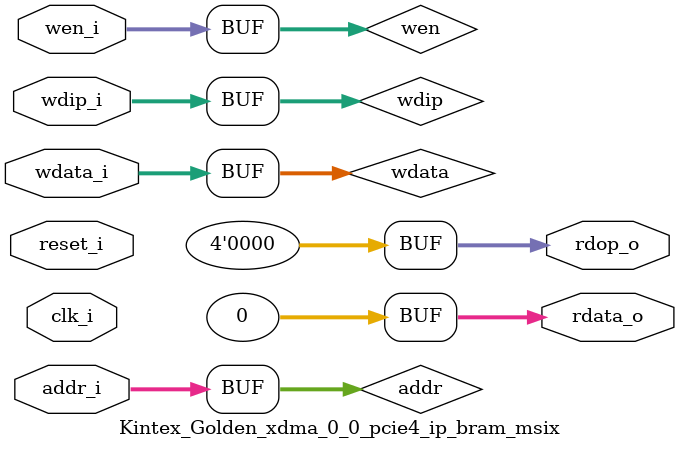
<source format=v>
`timescale 1ps/1ps

(* DowngradeIPIdentifiedWarnings = "yes" *)
module Kintex_Golden_xdma_0_0_pcie4_ip_bram_msix #(

  parameter           TCQ = 100
, parameter           TO_RAM_PIPELINE="FALSE"
, parameter           FROM_RAM_PIPELINE="FALSE"
, parameter           MSIX_CAP_TABLE_SIZE=11'h0
, parameter           MSIX_TABLE_RAM_ENABLE="FALSE"

  ) (

  input  wire         clk_i,
  input  wire         reset_i,

  input  wire  [12:0] addr_i,
  input  wire  [31:0] wdata_i,
  input  wire   [3:0] wdip_i,
  input  wire   [3:0] wen_i,
  output wire  [31:0] rdata_o,
  output wire   [3:0] rdop_o

  );

  // WIP : Use Total number of functions (PFs + VFs) to calculate the NUM_BRAM_4K
  localparam integer NUM_BRAM_4K = (MSIX_TABLE_RAM_ENABLE == "TRUE") ? 8 : 0 ;
 

  reg          [12:0] addr;
  reg          [12:0] addr_p0;
  reg          [12:0] addr_p1;
  reg          [31:0] wdata;
  reg           [3:0] wdip;
  reg           [3:0] wen;
  reg          [31:0] reg_rdata;
  reg           [3:0] reg_rdop;
  wire         [31:0] rdata;
  wire          [3:0] rdop;
  genvar              i;
  wire    [(8*4)-1:0] bram_4k_wen;
  wire   [(8*32)-1:0] rdata_t;
  wire    [(8*4)-1:0] rdop_t;

  //
  // Optional input pipe stages
  //
  generate

    if (TO_RAM_PIPELINE == "TRUE") begin : TORAMPIPELINE

      always @(posedge clk_i) begin
     
        if (reset_i) begin

          addr <= #(TCQ) 13'b0;
          wdata <= #(TCQ) 32'b0;
          wdip <= #(TCQ) 4'b0;
          wen <= #(TCQ) 4'b0;

        end else begin

          addr <= #(TCQ) addr_i;
          wdata <= #(TCQ) wdata_i;
          wdip <= #(TCQ) wdip_i;
          wen <= #(TCQ) wen_i;

        end

      end

    end else begin : NOTORAMPIPELINE

      always @(*) begin

          addr = addr_i;
          wdata = wdata_i;
          wdip = wdip_i;
          wen = wen_i;

      end


    end

  endgenerate

  // 
  // Address pipeline
  //
  always @(posedge clk_i) begin
     
    if (reset_i) begin

      addr_p0 <= #(TCQ) 13'b0;
      addr_p1 <= #(TCQ) 13'b0;

    end else begin

      addr_p0 <= #(TCQ) addr;
      addr_p1 <= #(TCQ) addr_p0;

    end

  end

  //
  // Optional output pipe stages
  //
  generate

    if (FROM_RAM_PIPELINE == "TRUE") begin : FRMRAMPIPELINE


      always @(posedge clk_i) begin
     
        if (reset_i) begin

          reg_rdata <= #(TCQ) 32'b0;
          reg_rdop <= #(TCQ) 4'b0;

        end else begin

          case (addr_p1[12:10]) 
            3'b000 : begin
              reg_rdata <= #(TCQ) rdata_t[(32*(0))+31:(32*(0))+0];
              reg_rdop <= #(TCQ) rdop_t[(4*(0))+3:(4*(0))+0];
            end
            3'b001 : begin
              reg_rdata <= #(TCQ) rdata_t[(32*(1))+31:(32*(1))+0];
              reg_rdop <= #(TCQ) rdop_t[(4*(1))+3:(4*(1))+0];
            end
            3'b010 : begin
              reg_rdata <= #(TCQ) rdata_t[(32*(2))+31:(32*(2))+0];
              reg_rdop <= #(TCQ) rdop_t[(4*(2))+3:(4*(2))+0];
            end
            3'b011 : begin
              reg_rdata <= #(TCQ) rdata_t[(32*(3))+31:(32*(3))+0];
              reg_rdop <= #(TCQ) rdop_t[(4*(3))+3:(4*(3))+0];
            end
            3'b100 : begin
              reg_rdata <= #(TCQ) rdata_t[(32*(4))+31:(32*(4))+0];
              reg_rdop <= #(TCQ) rdop_t[(4*(4))+3:(4*(4))+0];
            end
            3'b101 : begin
              reg_rdata <= #(TCQ) rdata_t[(32*(5))+31:(32*(5))+0];
              reg_rdop <= #(TCQ) rdop_t[(4*(5))+3:(4*(5))+0];
            end
            3'b110 : begin
              reg_rdata <= #(TCQ) rdata_t[(32*(6))+31:(32*(6))+0];
              reg_rdop <= #(TCQ) rdop_t[(4*(6))+3:(4*(6))+0];
            end
            3'b111 : begin
              reg_rdata <= #(TCQ) rdata_t[(32*(7))+31:(32*(7))+0];
              reg_rdop <= #(TCQ) rdop_t[(4*(7))+3:(4*(7))+0];
            end
          endcase

        end

      end

    end else begin : NOFRMRAMPIPELINE

      always @(*) begin

          case (addr_p1[12:10]) 
            3'b000 : begin
              reg_rdata <= #(TCQ) rdata_t[(32*(0))+31:(32*(0))+0];
              reg_rdop <= #(TCQ) rdop_t[(4*(0))+3:(4*(0))+0];
            end
            3'b001 : begin
              reg_rdata <= #(TCQ) rdata_t[(32*(1))+31:(32*(1))+0];
              reg_rdop <= #(TCQ) rdop_t[(4*(1))+3:(4*(1))+0];
            end
            3'b010 : begin
              reg_rdata <= #(TCQ) rdata_t[(32*(2))+31:(32*(2))+0];
              reg_rdop <= #(TCQ) rdop_t[(4*(2))+3:(4*(2))+0];
            end
            3'b011 : begin
              reg_rdata <= #(TCQ) rdata_t[(32*(3))+31:(32*(3))+0];
              reg_rdop <= #(TCQ) rdop_t[(4*(3))+3:(4*(3))+0];
            end
            3'b100 : begin
              reg_rdata <= #(TCQ) rdata_t[(32*(4))+31:(32*(4))+0];
              reg_rdop <= #(TCQ) rdop_t[(4*(4))+3:(4*(4))+0];
            end
            3'b101 : begin
              reg_rdata <= #(TCQ) rdata_t[(32*(5))+31:(32*(5))+0];
              reg_rdop <= #(TCQ) rdop_t[(4*(5))+3:(4*(5))+0];
            end
            3'b110 : begin
              reg_rdata <= #(TCQ) rdata_t[(32*(6))+31:(32*(6))+0];
              reg_rdop <= #(TCQ) rdop_t[(4*(6))+3:(4*(6))+0];
            end
            3'b111 : begin
              reg_rdata <= #(TCQ) rdata_t[(32*(7))+31:(32*(7))+0];
              reg_rdop <= #(TCQ) rdop_t[(4*(7))+3:(4*(7))+0];
            end
          endcase

      end

    end
  
  endgenerate

  assign rdata_o = (MSIX_TABLE_RAM_ENABLE == "TRUE") ?  reg_rdata : 32'h0;
  assign rdop_o = (MSIX_TABLE_RAM_ENABLE == "TRUE") ? reg_rdop : 4'h0;

  generate 
  
    for (i=0; i<NUM_BRAM_4K; i=i+1) begin : BRAM4K

      Kintex_Golden_xdma_0_0_pcie4_ip_bram_4k_int #(
          .TCQ(TCQ)
        )
        bram_4k_int (
    
          .clk_i (clk_i),
          .reset_i (reset_i),
    
          .addr_i(addr[9:0]),
          .wdata_i(wdata),
          .wdip_i(wdip),
          .wen_i(bram_4k_wen[(4*(i))+3:(4*(i))+0]),
          .rdata_o(rdata_t[(32*i)+31:(32*i)+0]),
          .rdop_o(rdop_t[(4*i)+3:(4*i)+0]),
          .baddr_i(10'b0),
          .brdata_o()

      );
      assign bram_4k_wen[(4*(i))+3:(4*(i))+0] = wen & {4{(i == addr[12:10])}};  
      
    end

  endgenerate

endmodule

</source>
